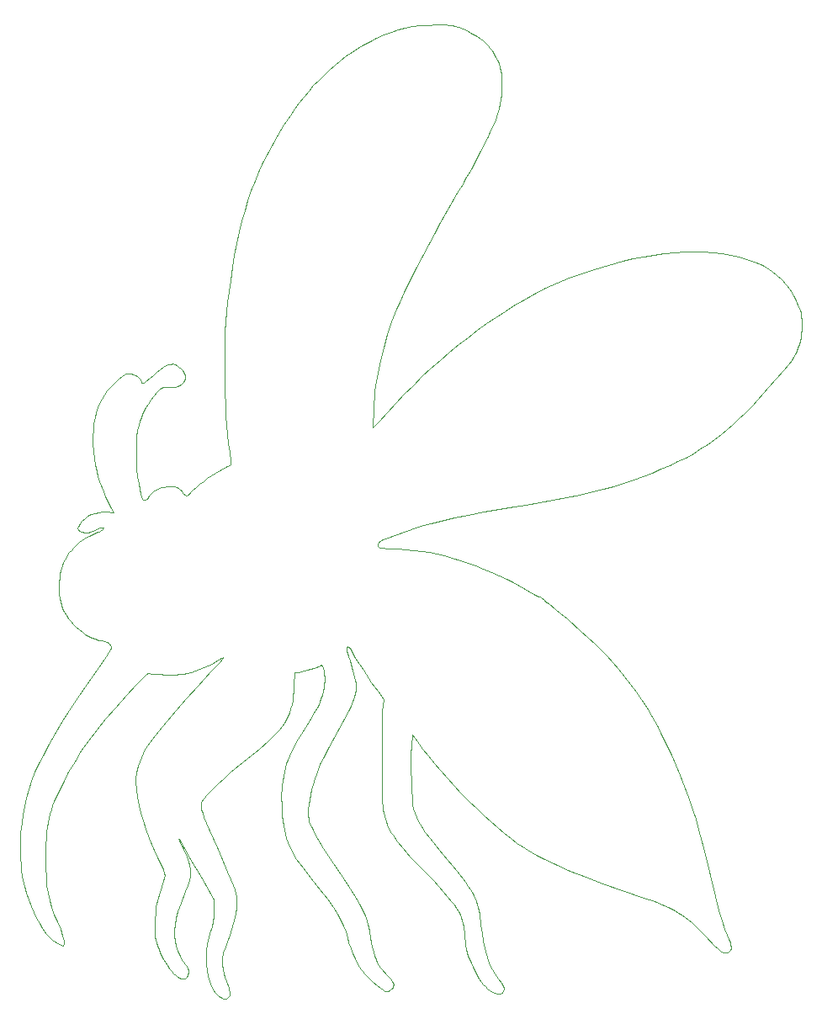
<source format=gbr>
%TF.GenerationSoftware,KiCad,Pcbnew,(6.0.1)*%
%TF.CreationDate,2022-06-24T20:37:34-05:00*%
%TF.ProjectId,mosquito,6d6f7371-7569-4746-9f2e-6b696361645f,rev?*%
%TF.SameCoordinates,Original*%
%TF.FileFunction,Profile,NP*%
%FSLAX46Y46*%
G04 Gerber Fmt 4.6, Leading zero omitted, Abs format (unit mm)*
G04 Created by KiCad (PCBNEW (6.0.1)) date 2022-06-24 20:37:34*
%MOMM*%
%LPD*%
G01*
G04 APERTURE LIST*
%TA.AperFunction,Profile*%
%ADD10C,0.100000*%
%TD*%
G04 APERTURE END LIST*
D10*
X132228100Y-143414400D02*
X132078000Y-143276200D01*
X132078000Y-143276200D02*
X131936200Y-143121700D01*
X131936200Y-143121700D02*
X131803000Y-142951300D01*
X131803000Y-142951300D02*
X131678500Y-142765400D01*
X131678500Y-142765400D02*
X131456300Y-142349400D01*
X131456300Y-142349400D02*
X131270900Y-141877400D01*
X131270900Y-141877400D02*
X131123500Y-141353400D01*
X131123500Y-141353400D02*
X131015400Y-140781100D01*
X131015400Y-140781100D02*
X130947900Y-140164400D01*
X130947900Y-140164400D02*
X130922400Y-139507100D01*
X130922400Y-139507100D02*
X130930700Y-138836600D01*
X130930700Y-138836600D02*
X130949500Y-138563700D01*
X130949500Y-138563700D02*
X130982000Y-138307300D01*
X130982000Y-138307300D02*
X131031100Y-138048500D01*
X131031100Y-138048500D02*
X131099900Y-137768600D01*
X131099900Y-137768600D02*
X131308300Y-137069800D01*
X131308300Y-137069800D02*
X131510700Y-136388400D01*
X131510700Y-136388400D02*
X131630200Y-135853700D01*
X131630200Y-135853700D02*
X131686800Y-135346000D01*
X131686800Y-135346000D02*
X131700900Y-134745900D01*
X131700900Y-134745900D02*
X131700100Y-133669000D01*
X131700100Y-133669000D02*
X130387800Y-131401700D01*
X130387800Y-131401700D02*
X129332300Y-129560000D01*
X129332300Y-129560000D02*
X128637600Y-128315900D01*
X128637600Y-128315900D02*
X128314400Y-127751700D01*
X128314400Y-127751700D02*
X128205200Y-127590900D01*
X128205200Y-127590900D02*
X128152200Y-127544700D01*
X128152200Y-127544700D02*
X128152600Y-127593700D01*
X128152600Y-127593700D02*
X128188800Y-127691800D01*
X128188800Y-127691800D02*
X128343500Y-127978600D01*
X128343500Y-127978600D02*
X128467600Y-128206500D01*
X128467600Y-128206500D02*
X128629000Y-128541300D01*
X128629000Y-128541300D02*
X128980000Y-129351300D01*
X128980000Y-129351300D02*
X129158300Y-129818200D01*
X129158300Y-129818200D02*
X129282600Y-130220800D01*
X129282600Y-130220800D02*
X129351700Y-130586700D01*
X129351700Y-130586700D02*
X129364400Y-130943400D01*
X129364400Y-130943400D02*
X129319500Y-131318300D01*
X129319500Y-131318300D02*
X129215800Y-131739100D01*
X129215800Y-131739100D02*
X129052100Y-132233200D01*
X129052100Y-132233200D02*
X128827100Y-132828200D01*
X128827100Y-132828200D02*
X128367500Y-134029600D01*
X128367500Y-134029600D02*
X128078400Y-134872500D01*
X128078400Y-134872500D02*
X127980600Y-135215500D01*
X127980600Y-135215500D02*
X127904800Y-135536200D01*
X127904800Y-135536200D02*
X127791700Y-136199800D01*
X127791700Y-136199800D02*
X127744800Y-136737400D01*
X127744800Y-136737400D02*
X127751600Y-137279000D01*
X127751600Y-137279000D02*
X127810200Y-137816500D01*
X127810200Y-137816500D02*
X127918400Y-138342000D01*
X127918400Y-138342000D02*
X128074300Y-138847300D01*
X128074300Y-138847300D02*
X128275700Y-139324400D01*
X128275700Y-139324400D02*
X128520600Y-139765200D01*
X128520600Y-139765200D02*
X128658700Y-139969500D01*
X128658700Y-139969500D02*
X128806800Y-140161700D01*
X128806800Y-140161700D02*
X128953500Y-140363000D01*
X128953500Y-140363000D02*
X129061400Y-140562400D01*
X129061400Y-140562400D02*
X129128100Y-140754100D01*
X129128100Y-140754100D02*
X129150800Y-140932400D01*
X129150800Y-140932400D02*
X129137900Y-141068200D01*
X129137900Y-141068200D02*
X129101300Y-141199800D01*
X129101300Y-141199800D02*
X129044400Y-141323000D01*
X129044400Y-141323000D02*
X128970700Y-141433300D01*
X128970700Y-141433300D02*
X128883500Y-141526500D01*
X128883500Y-141526500D02*
X128786300Y-141598300D01*
X128786300Y-141598300D02*
X128682300Y-141644400D01*
X128682300Y-141644400D02*
X128575100Y-141660500D01*
X128575100Y-141660500D02*
X128418800Y-141633700D01*
X128418800Y-141633700D02*
X128246600Y-141556900D01*
X128246600Y-141556900D02*
X128061400Y-141434600D01*
X128061400Y-141434600D02*
X127866300Y-141271200D01*
X127866300Y-141271200D02*
X127664200Y-141071000D01*
X127664200Y-141071000D02*
X127458400Y-140838500D01*
X127458400Y-140838500D02*
X127251700Y-140578200D01*
X127251700Y-140578200D02*
X127047100Y-140294300D01*
X127047100Y-140294300D02*
X126656900Y-139673500D01*
X126656900Y-139673500D02*
X126477100Y-139345600D01*
X126477100Y-139345600D02*
X126311800Y-139011700D01*
X126311800Y-139011700D02*
X126163700Y-138676400D01*
X126163700Y-138676400D02*
X126036100Y-138343900D01*
X126036100Y-138343900D02*
X125931900Y-138018900D01*
X125931900Y-138018900D02*
X125854100Y-137705600D01*
X125854100Y-137705600D02*
X125805400Y-137352000D01*
X125805400Y-137352000D02*
X125775000Y-136873000D01*
X125775000Y-136873000D02*
X125764600Y-136312400D01*
X125764600Y-136312400D02*
X125776000Y-135714400D01*
X125776000Y-135714400D02*
X125818000Y-134942800D01*
X125818000Y-134942800D02*
X125850800Y-134631100D01*
X125850800Y-134631100D02*
X125897000Y-134339000D01*
X125897000Y-134339000D02*
X125960700Y-134044300D01*
X125960700Y-134044300D02*
X126046200Y-133724700D01*
X126046200Y-133724700D02*
X126299000Y-132922200D01*
X126299000Y-132922200D02*
X126631800Y-131834000D01*
X126631800Y-131834000D02*
X126733000Y-131440500D01*
X126733000Y-131440500D02*
X126770200Y-131221600D01*
X126770200Y-131221600D02*
X126720400Y-131008100D01*
X126720400Y-131008100D02*
X126584900Y-130628800D01*
X126584900Y-130628800D02*
X126384300Y-130137600D01*
X126384300Y-130137600D02*
X126139300Y-129587800D01*
X126139300Y-129587800D02*
X125632300Y-128468900D01*
X125632300Y-128468900D02*
X125207800Y-127470000D01*
X125207800Y-127470000D02*
X124857300Y-126564600D01*
X124857300Y-126564600D02*
X124572800Y-125726300D01*
X124572800Y-125726300D02*
X124345700Y-124928600D01*
X124345700Y-124928600D02*
X124168000Y-124144900D01*
X124168000Y-124144900D02*
X124031300Y-123348900D01*
X124031300Y-123348900D02*
X123927300Y-122513900D01*
X123927300Y-122513900D02*
X123859800Y-121790600D01*
X123859800Y-121790600D02*
X123849100Y-121527300D01*
X123849100Y-121527300D02*
X123856100Y-121297200D01*
X123856100Y-121297200D02*
X123882700Y-121075900D01*
X123882700Y-121075900D02*
X123930700Y-120839100D01*
X123930700Y-120839100D02*
X124098200Y-120221200D01*
X124098200Y-120221200D02*
X124237400Y-119773000D01*
X124237400Y-119773000D02*
X124393900Y-119328300D01*
X124393900Y-119328300D02*
X124548500Y-118938500D01*
X124548500Y-118938500D02*
X124682100Y-118655100D01*
X124682100Y-118655100D02*
X124989900Y-118171600D01*
X124989900Y-118171600D02*
X125477700Y-117510600D01*
X125477700Y-117510600D02*
X126131100Y-116688700D01*
X126131100Y-116688700D02*
X126936100Y-115722900D01*
X126936100Y-115722900D02*
X127878200Y-114630000D01*
X127878200Y-114630000D02*
X128943200Y-113426800D01*
X128943200Y-113426800D02*
X130116800Y-112130000D01*
X130116800Y-112130000D02*
X131384800Y-110756600D01*
X131384800Y-110756600D02*
X132289000Y-109767900D01*
X132289000Y-109767900D02*
X132564000Y-109452800D01*
X132564000Y-109452800D02*
X132665000Y-109319900D01*
X132665000Y-109319900D02*
X132604600Y-109330200D01*
X132604600Y-109330200D02*
X132440200Y-109404600D01*
X132440200Y-109404600D02*
X131899800Y-109696700D01*
X131899800Y-109696700D02*
X131498200Y-109916400D01*
X131498200Y-109916400D02*
X131082500Y-110122900D01*
X131082500Y-110122900D02*
X130659000Y-110313700D01*
X130659000Y-110313700D02*
X130234000Y-110486400D01*
X130234000Y-110486400D02*
X129813700Y-110638600D01*
X129813700Y-110638600D02*
X129404500Y-110767800D01*
X129404500Y-110767800D02*
X129012500Y-110871800D01*
X129012500Y-110871800D02*
X128644000Y-110948100D01*
X128644000Y-110948100D02*
X128291000Y-110989800D01*
X128291000Y-110989800D02*
X127833800Y-111015700D01*
X127833800Y-111015700D02*
X126767900Y-111023000D01*
X126767900Y-111023000D02*
X126240100Y-111006000D01*
X126240100Y-111006000D02*
X125769600Y-110976200D01*
X125769600Y-110976200D02*
X125396900Y-110934400D01*
X125396900Y-110934400D02*
X125162300Y-110881400D01*
X125162300Y-110881400D02*
X125088900Y-110894400D01*
X125088900Y-110894400D02*
X124963800Y-110974100D01*
X124963800Y-110974100D02*
X124782400Y-111125300D01*
X124782400Y-111125300D02*
X124539900Y-111352500D01*
X124539900Y-111352500D02*
X123852200Y-112053800D01*
X123852200Y-112053800D02*
X122862700Y-113114900D01*
X122862700Y-113114900D02*
X121771200Y-114327000D01*
X121771200Y-114327000D02*
X120785300Y-115477300D01*
X120785300Y-115477300D02*
X119894600Y-116580300D01*
X119894600Y-116580300D02*
X119088700Y-117650600D01*
X119088700Y-117650600D02*
X118357000Y-118702500D01*
X118357000Y-118702500D02*
X117689000Y-119750700D01*
X117689000Y-119750700D02*
X117074200Y-120809600D01*
X117074200Y-120809600D02*
X116502100Y-121893700D01*
X116502100Y-121893700D02*
X116029400Y-122875700D01*
X116029400Y-122875700D02*
X115644700Y-123779200D01*
X115644700Y-123779200D02*
X115482900Y-124211900D01*
X115482900Y-124211900D02*
X115340300Y-124637300D01*
X115340300Y-124637300D02*
X115215900Y-125059700D01*
X115215900Y-125059700D02*
X115108600Y-125483100D01*
X115108600Y-125483100D02*
X115017600Y-125911700D01*
X115017600Y-125911700D02*
X114941900Y-126349700D01*
X114941900Y-126349700D02*
X114880500Y-126801000D01*
X114880500Y-126801000D02*
X114832400Y-127270000D01*
X114832400Y-127270000D02*
X114772600Y-128277200D01*
X114772600Y-128277200D02*
X114754600Y-129404400D01*
X114754600Y-129404400D02*
X114768200Y-130468900D01*
X114768200Y-130468900D02*
X114811500Y-131410800D01*
X114811500Y-131410800D02*
X114889100Y-132255100D01*
X114889100Y-132255100D02*
X115005500Y-133026800D01*
X115005500Y-133026800D02*
X115165400Y-133750600D01*
X115165400Y-133750600D02*
X115373300Y-134451700D01*
X115373300Y-134451700D02*
X115633900Y-135154700D01*
X115633900Y-135154700D02*
X115951700Y-135884800D01*
X115951700Y-135884800D02*
X116270200Y-136633400D01*
X116270200Y-136633400D02*
X116391700Y-136970000D01*
X116391700Y-136970000D02*
X116487100Y-137278100D01*
X116487100Y-137278100D02*
X116555600Y-137555100D01*
X116555600Y-137555100D02*
X116596600Y-137798300D01*
X116596600Y-137798300D02*
X116609400Y-138005200D01*
X116609400Y-138005200D02*
X116593100Y-138173300D01*
X116593100Y-138173300D02*
X116559600Y-138276100D01*
X116559600Y-138276100D02*
X116532900Y-138300900D01*
X116532900Y-138300900D02*
X116493600Y-138307700D01*
X116493600Y-138307700D02*
X116359300Y-138266400D01*
X116359300Y-138266400D02*
X116121400Y-138150400D01*
X116121400Y-138150400D02*
X115883700Y-138020300D01*
X115883700Y-138020300D02*
X115665700Y-137881000D01*
X115665700Y-137881000D02*
X115461500Y-137726600D01*
X115461500Y-137726600D02*
X115265100Y-137551400D01*
X115265100Y-137551400D02*
X115070500Y-137349600D01*
X115070500Y-137349600D02*
X114871800Y-137115500D01*
X114871800Y-137115500D02*
X114438100Y-136527400D01*
X114438100Y-136527400D02*
X114138800Y-136058000D01*
X114138800Y-136058000D02*
X113843800Y-135525500D01*
X113843800Y-135525500D02*
X113558300Y-134941900D01*
X113558300Y-134941900D02*
X113287200Y-134319400D01*
X113287200Y-134319400D02*
X113035400Y-133670200D01*
X113035400Y-133670200D02*
X112808000Y-133006400D01*
X112808000Y-133006400D02*
X112609900Y-132340000D01*
X112609900Y-132340000D02*
X112446100Y-131683300D01*
X112446100Y-131683300D02*
X112374900Y-131270300D01*
X112374900Y-131270300D02*
X112314800Y-130736200D01*
X112314800Y-130736200D02*
X112267100Y-130114200D01*
X112267100Y-130114200D02*
X112233000Y-129437700D01*
X112233000Y-129437700D02*
X112214000Y-128739900D01*
X112214000Y-128739900D02*
X112211200Y-128054200D01*
X112211200Y-128054200D02*
X112225900Y-127413700D01*
X112225900Y-127413700D02*
X112259500Y-126851800D01*
X112259500Y-126851800D02*
X112351100Y-125954300D01*
X112351100Y-125954300D02*
X112473600Y-125084400D01*
X112473600Y-125084400D02*
X112631400Y-124232700D01*
X112631400Y-124232700D02*
X112828900Y-123389900D01*
X112828900Y-123389900D02*
X113070500Y-122546400D01*
X113070500Y-122546400D02*
X113360600Y-121693100D01*
X113360600Y-121693100D02*
X113703600Y-120820300D01*
X113703600Y-120820300D02*
X114104000Y-119918800D01*
X114104000Y-119918800D02*
X114566100Y-118979100D01*
X114566100Y-118979100D02*
X115094200Y-117991900D01*
X115094200Y-117991900D02*
X115692900Y-116947700D01*
X115692900Y-116947700D02*
X116366600Y-115837100D01*
X116366600Y-115837100D02*
X117119500Y-114650800D01*
X117119500Y-114650800D02*
X117956200Y-113379300D01*
X117956200Y-113379300D02*
X118881000Y-112013300D01*
X118881000Y-112013300D02*
X119898400Y-110543300D01*
X119898400Y-110543300D02*
X120841400Y-109187300D01*
X120841400Y-109187300D02*
X121114800Y-108774600D01*
X121114800Y-108774600D02*
X121280200Y-108492100D01*
X121280200Y-108492100D02*
X121355200Y-108304800D01*
X121355200Y-108304800D02*
X121364500Y-108235900D01*
X121364500Y-108235900D02*
X121357900Y-108177800D01*
X121357900Y-108177800D02*
X121306100Y-108076000D01*
X121306100Y-108076000D02*
X121217700Y-107964400D01*
X121217700Y-107964400D02*
X121084800Y-107830200D01*
X121084800Y-107830200D02*
X120918800Y-107730100D01*
X120918800Y-107730100D02*
X120706700Y-107658100D01*
X120706700Y-107658100D02*
X120435700Y-107608400D01*
X120435700Y-107608400D02*
X120103800Y-107546100D01*
X120103800Y-107546100D02*
X119769300Y-107448100D01*
X119769300Y-107448100D02*
X119434800Y-107316900D01*
X119434800Y-107316900D02*
X119102800Y-107155000D01*
X119102800Y-107155000D02*
X118776100Y-106964700D01*
X118776100Y-106964700D02*
X118457100Y-106748600D01*
X118457100Y-106748600D02*
X118148500Y-106509100D01*
X118148500Y-106509100D02*
X117853000Y-106248600D01*
X117853000Y-106248600D02*
X117573000Y-105969500D01*
X117573000Y-105969500D02*
X117311200Y-105674300D01*
X117311200Y-105674300D02*
X117070200Y-105365500D01*
X117070200Y-105365500D02*
X116852700Y-105045400D01*
X116852700Y-105045400D02*
X116661100Y-104716600D01*
X116661100Y-104716600D02*
X116498200Y-104381400D01*
X116498200Y-104381400D02*
X116366400Y-104042200D01*
X116366400Y-104042200D02*
X116268500Y-103701600D01*
X116268500Y-103701600D02*
X116202500Y-103353800D01*
X116202500Y-103353800D02*
X116156200Y-102964700D01*
X116156200Y-102964700D02*
X116129600Y-102548800D01*
X116129600Y-102548800D02*
X116122500Y-102120600D01*
X116122500Y-102120600D02*
X116134900Y-101694300D01*
X116134900Y-101694300D02*
X116166700Y-101284400D01*
X116166700Y-101284400D02*
X116217800Y-100905300D01*
X116217800Y-100905300D02*
X116288000Y-100571500D01*
X116288000Y-100571500D02*
X116370200Y-100289200D01*
X116370200Y-100289200D02*
X116468100Y-100012300D01*
X116468100Y-100012300D02*
X116581100Y-99741400D01*
X116581100Y-99741400D02*
X116708700Y-99477000D01*
X116708700Y-99477000D02*
X116850400Y-99219900D01*
X116850400Y-99219900D02*
X117005700Y-98970600D01*
X117005700Y-98970600D02*
X117174000Y-98730000D01*
X117174000Y-98730000D02*
X117354800Y-98498500D01*
X117354800Y-98498500D02*
X117547500Y-98276900D01*
X117547500Y-98276900D02*
X117751600Y-98065700D01*
X117751600Y-98065700D02*
X117966600Y-97865700D01*
X117966600Y-97865700D02*
X118192000Y-97677500D01*
X118192000Y-97677500D02*
X118427100Y-97501800D01*
X118427100Y-97501800D02*
X118671600Y-97339100D01*
X118671600Y-97339100D02*
X118924700Y-97190200D01*
X118924700Y-97190200D02*
X119186100Y-97055600D01*
X119186100Y-97055600D02*
X119811600Y-96773800D01*
X119811600Y-96773800D02*
X120031000Y-96688000D01*
X120031000Y-96688000D02*
X120146200Y-96656500D01*
X120146200Y-96656500D02*
X120211800Y-96638600D01*
X120211800Y-96638600D02*
X120296400Y-96589900D01*
X120296400Y-96589900D02*
X120478700Y-96429800D01*
X120478700Y-96429800D02*
X120561900Y-96324600D01*
X120561900Y-96324600D02*
X120592600Y-96251600D01*
X120592600Y-96251600D02*
X120588600Y-96227200D01*
X120588600Y-96227200D02*
X120571800Y-96210700D01*
X120571800Y-96210700D02*
X120500300Y-96201900D01*
X120500300Y-96201900D02*
X120378900Y-96225000D01*
X120378900Y-96225000D02*
X120208600Y-96280000D01*
X120208600Y-96280000D02*
X119724700Y-96485400D01*
X119724700Y-96485400D02*
X119282700Y-96668800D01*
X119282700Y-96668800D02*
X119100100Y-96722700D01*
X119100100Y-96722700D02*
X118935200Y-96752300D01*
X118935200Y-96752300D02*
X118782200Y-96758400D01*
X118782200Y-96758400D02*
X118635300Y-96741400D01*
X118635300Y-96741400D02*
X118488700Y-96702100D01*
X118488700Y-96702100D02*
X118336400Y-96641200D01*
X118336400Y-96641200D02*
X118203500Y-96572600D01*
X118203500Y-96572600D02*
X118105100Y-96501600D01*
X118105100Y-96501600D02*
X118040700Y-96424900D01*
X118040700Y-96424900D02*
X118009600Y-96339300D01*
X118009600Y-96339300D02*
X118011400Y-96241500D01*
X118011400Y-96241500D02*
X118045600Y-96128200D01*
X118045600Y-96128200D02*
X118111600Y-95996200D01*
X118111600Y-95996200D02*
X118209000Y-95842200D01*
X118209000Y-95842200D02*
X118440900Y-95551500D01*
X118440900Y-95551500D02*
X118714900Y-95296400D01*
X118714900Y-95296400D02*
X119025500Y-95079200D01*
X119025500Y-95079200D02*
X119367400Y-94902400D01*
X119367400Y-94902400D02*
X119735300Y-94768100D01*
X119735300Y-94768100D02*
X120123800Y-94678900D01*
X120123800Y-94678900D02*
X120527500Y-94637000D01*
X120527500Y-94637000D02*
X120941100Y-94644800D01*
X120941100Y-94644800D02*
X121654100Y-94702100D01*
X121654100Y-94702100D02*
X121386700Y-94290600D01*
X121386700Y-94290600D02*
X121211000Y-93988000D01*
X121211000Y-93988000D02*
X121014500Y-93594300D01*
X121014500Y-93594300D02*
X120805900Y-93131700D01*
X120805900Y-93131700D02*
X120594200Y-92622300D01*
X120594200Y-92622300D02*
X120196900Y-91552200D01*
X120196900Y-91552200D02*
X120029100Y-91035900D01*
X120029100Y-91035900D02*
X119893700Y-90561600D01*
X119893700Y-90561600D02*
X119751200Y-89919500D01*
X119751200Y-89919500D02*
X119642400Y-89227300D01*
X119642400Y-89227300D02*
X119567800Y-88505400D01*
X119567800Y-88505400D02*
X119528100Y-87774300D01*
X119528100Y-87774300D02*
X119523900Y-87054300D01*
X119523900Y-87054300D02*
X119555700Y-86365700D01*
X119555700Y-86365700D02*
X119624300Y-85729000D01*
X119624300Y-85729000D02*
X119730300Y-85164600D01*
X119730300Y-85164600D02*
X119871000Y-84640100D01*
X119871000Y-84640100D02*
X120034600Y-84152500D01*
X120034600Y-84152500D02*
X120224300Y-83695900D01*
X120224300Y-83695900D02*
X120443500Y-83264400D01*
X120443500Y-83264400D02*
X120695400Y-82852100D01*
X120695400Y-82852100D02*
X120983300Y-82453100D01*
X120983300Y-82453100D02*
X121310500Y-82061600D01*
X121310500Y-82061600D02*
X121680300Y-81671700D01*
X121680300Y-81671700D02*
X122108800Y-81261300D01*
X122108800Y-81261300D02*
X122446800Y-80979000D01*
X122446800Y-80979000D02*
X122719000Y-80806700D01*
X122719000Y-80806700D02*
X122838000Y-80756100D01*
X122838000Y-80756100D02*
X122949800Y-80726100D01*
X122949800Y-80726100D02*
X123166100Y-80708800D01*
X123166100Y-80708800D02*
X123386000Y-80734000D01*
X123386000Y-80734000D02*
X123602800Y-80797700D01*
X123602800Y-80797700D02*
X123809700Y-80896300D01*
X123809700Y-80896300D02*
X123999900Y-81025700D01*
X123999900Y-81025700D02*
X124166800Y-81182100D01*
X124166800Y-81182100D02*
X124303500Y-81361700D01*
X124303500Y-81361700D02*
X124403400Y-81560500D01*
X124403400Y-81560500D02*
X124438200Y-81644000D01*
X124438200Y-81644000D02*
X124474600Y-81698100D01*
X124474600Y-81698100D02*
X124521700Y-81718500D01*
X124521700Y-81718500D02*
X124588300Y-81700900D01*
X124588300Y-81700900D02*
X124683600Y-81640900D01*
X124683600Y-81640900D02*
X124816600Y-81534300D01*
X124816600Y-81534300D02*
X125231400Y-81163700D01*
X125231400Y-81163700D02*
X125565800Y-80875000D01*
X125565800Y-80875000D02*
X125938900Y-80577600D01*
X125938900Y-80577600D02*
X126305300Y-80306600D01*
X126305300Y-80306600D02*
X126619300Y-80096900D01*
X126619300Y-80096900D02*
X126894500Y-79940800D01*
X126894500Y-79940800D02*
X127137900Y-79833600D01*
X127137900Y-79833600D02*
X127358000Y-79776100D01*
X127358000Y-79776100D02*
X127563300Y-79769200D01*
X127563300Y-79769200D02*
X127762400Y-79813500D01*
X127762400Y-79813500D02*
X127963800Y-79910000D01*
X127963800Y-79910000D02*
X128176000Y-80059400D01*
X128176000Y-80059400D02*
X128407600Y-80262500D01*
X128407600Y-80262500D02*
X128563700Y-80430300D01*
X128563700Y-80430300D02*
X128680900Y-80600100D01*
X128680900Y-80600100D02*
X128760400Y-80770100D01*
X128760400Y-80770100D02*
X128803700Y-80938400D01*
X128803700Y-80938400D02*
X128812200Y-81103000D01*
X128812200Y-81103000D02*
X128787200Y-81262100D01*
X128787200Y-81262100D02*
X128730400Y-81413800D01*
X128730400Y-81413800D02*
X128642900Y-81556200D01*
X128642900Y-81556200D02*
X128526300Y-81687300D01*
X128526300Y-81687300D02*
X128382000Y-81805400D01*
X128382000Y-81805400D02*
X128211400Y-81908400D01*
X128211400Y-81908400D02*
X128015800Y-81994600D01*
X128015800Y-81994600D02*
X127796700Y-82061900D01*
X127796700Y-82061900D02*
X127555600Y-82108600D01*
X127555600Y-82108600D02*
X127293800Y-82132700D01*
X127293800Y-82132700D02*
X127012700Y-82132300D01*
X127012700Y-82132300D02*
X126791300Y-82126900D01*
X126791300Y-82126900D02*
X126608800Y-82138700D01*
X126608800Y-82138700D02*
X126452000Y-82176100D01*
X126452000Y-82176100D02*
X126307600Y-82247900D01*
X126307600Y-82247900D02*
X126162400Y-82362400D01*
X126162400Y-82362400D02*
X126003100Y-82528200D01*
X126003100Y-82528200D02*
X125589000Y-83048000D01*
X125589000Y-83048000D02*
X125324100Y-83408800D01*
X125324100Y-83408800D02*
X125088000Y-83758600D01*
X125088000Y-83758600D02*
X124878300Y-84101900D01*
X124878300Y-84101900D02*
X124692700Y-84443500D01*
X124692700Y-84443500D02*
X124528700Y-84788100D01*
X124528700Y-84788100D02*
X124384000Y-85140500D01*
X124384000Y-85140500D02*
X124256100Y-85505300D01*
X124256100Y-85505300D02*
X124142600Y-85887200D01*
X124142600Y-85887200D02*
X124022400Y-86447400D01*
X124022400Y-86447400D02*
X123936800Y-87105500D01*
X123936800Y-87105500D02*
X123885800Y-87838300D01*
X123885800Y-87838300D02*
X123869400Y-88622900D01*
X123869400Y-88622900D02*
X123887600Y-89436200D01*
X123887600Y-89436200D02*
X123940200Y-90255200D01*
X123940200Y-90255200D02*
X124027400Y-91056800D01*
X124027400Y-91056800D02*
X124149000Y-91818000D01*
X124149000Y-91818000D02*
X124346400Y-92811800D01*
X124346400Y-92811800D02*
X124465000Y-93320000D01*
X124465000Y-93320000D02*
X124513800Y-93400100D01*
X124513800Y-93400100D02*
X124583400Y-93452000D01*
X124583400Y-93452000D02*
X124667000Y-93476600D01*
X124667000Y-93476600D02*
X124757900Y-93475000D01*
X124757900Y-93475000D02*
X124849400Y-93448200D01*
X124849400Y-93448200D02*
X124934800Y-93397300D01*
X124934800Y-93397300D02*
X125007400Y-93323400D01*
X125007400Y-93323400D02*
X125060600Y-93227300D01*
X125060600Y-93227300D02*
X125162400Y-93028300D01*
X125162400Y-93028300D02*
X125304500Y-92845000D01*
X125304500Y-92845000D02*
X125481400Y-92678500D01*
X125481400Y-92678500D02*
X125687500Y-92530100D01*
X125687500Y-92530100D02*
X125917400Y-92400700D01*
X125917400Y-92400700D02*
X126165600Y-92291500D01*
X126165600Y-92291500D02*
X126426600Y-92203600D01*
X126426600Y-92203600D02*
X126694800Y-92138000D01*
X126694800Y-92138000D02*
X126964700Y-92096000D01*
X126964700Y-92096000D02*
X127230800Y-92078500D01*
X127230800Y-92078500D02*
X127487700Y-92086700D01*
X127487700Y-92086700D02*
X127729800Y-92121700D01*
X127729800Y-92121700D02*
X127951600Y-92184600D01*
X127951600Y-92184600D02*
X128147500Y-92276500D01*
X128147500Y-92276500D02*
X128312200Y-92398500D01*
X128312200Y-92398500D02*
X128440000Y-92551600D01*
X128440000Y-92551600D02*
X128569200Y-92743900D01*
X128569200Y-92743900D02*
X128682800Y-92884100D01*
X128682800Y-92884100D02*
X128786400Y-92973000D01*
X128786400Y-92973000D02*
X128885900Y-93011300D01*
X128885900Y-93011300D02*
X128987200Y-92999900D01*
X128987200Y-92999900D02*
X129096000Y-92939500D01*
X129096000Y-92939500D02*
X129218100Y-92831000D01*
X129218100Y-92831000D02*
X129359400Y-92675000D01*
X129359400Y-92675000D02*
X129599000Y-92420100D01*
X129599000Y-92420100D02*
X129900600Y-92141400D01*
X129900600Y-92141400D02*
X130251500Y-91848400D01*
X130251500Y-91848400D02*
X130639000Y-91550400D01*
X130639000Y-91550400D02*
X131050200Y-91256900D01*
X131050200Y-91256900D02*
X131472600Y-90977300D01*
X131472600Y-90977300D02*
X131893400Y-90721000D01*
X131893400Y-90721000D02*
X132299900Y-90497400D01*
X132299900Y-90497400D02*
X133051500Y-90086800D01*
X133051500Y-90086800D02*
X133295900Y-89936300D01*
X133295900Y-89936300D02*
X133404500Y-89850600D01*
X133404500Y-89850600D02*
X133417300Y-89718200D01*
X133417300Y-89718200D02*
X133400800Y-89440500D01*
X133400800Y-89440500D02*
X133294600Y-88611900D01*
X133294600Y-88611900D02*
X133171800Y-87761700D01*
X133171800Y-87761700D02*
X133066100Y-86863200D01*
X133066100Y-86863200D02*
X132977500Y-85912000D01*
X132977500Y-85912000D02*
X132905500Y-84903800D01*
X132905500Y-84903800D02*
X132849900Y-83834100D01*
X132849900Y-83834100D02*
X132810500Y-82698800D01*
X132810500Y-82698800D02*
X132786900Y-81493300D01*
X132786900Y-81493300D02*
X132779000Y-80213500D01*
X132779000Y-80213500D02*
X132784100Y-78811600D01*
X132784100Y-78811600D02*
X132802000Y-77588600D01*
X132802000Y-77588600D02*
X132836000Y-76496600D01*
X132836000Y-76496600D02*
X132889000Y-75487800D01*
X132889000Y-75487800D02*
X132964200Y-74514300D01*
X132964200Y-74514300D02*
X133064600Y-73528300D01*
X133064600Y-73528300D02*
X133193300Y-72482000D01*
X133193300Y-72482000D02*
X133353400Y-71327400D01*
X133353400Y-71327400D02*
X133553600Y-70016100D01*
X133553600Y-70016100D02*
X133767100Y-68769400D01*
X133767100Y-68769400D02*
X133996100Y-67581400D01*
X133996100Y-67581400D02*
X134242700Y-66445900D01*
X134242700Y-66445900D02*
X134509000Y-65357100D01*
X134509000Y-65357100D02*
X134797400Y-64309000D01*
X134797400Y-64309000D02*
X135109800Y-63295400D01*
X135109800Y-63295400D02*
X135448700Y-62310500D01*
X135448700Y-62310500D02*
X135815900Y-61348300D01*
X135815900Y-61348300D02*
X136213900Y-60402700D01*
X136213900Y-60402700D02*
X136644700Y-59467700D01*
X136644700Y-59467700D02*
X137110600Y-58537400D01*
X137110600Y-58537400D02*
X137613600Y-57605700D01*
X137613600Y-57605700D02*
X138156000Y-56666700D01*
X138156000Y-56666700D02*
X138739900Y-55714300D01*
X138739900Y-55714300D02*
X139367600Y-54742600D01*
X139367600Y-54742600D02*
X139807600Y-54098880D01*
X139807600Y-54098880D02*
X140263900Y-53473950D01*
X140263900Y-53473950D02*
X140735800Y-52868350D01*
X140735800Y-52868350D02*
X141222700Y-52282590D01*
X141222700Y-52282590D02*
X141724100Y-51717200D01*
X141724100Y-51717200D02*
X142239400Y-51172720D01*
X142239400Y-51172720D02*
X142767900Y-50649650D01*
X142767900Y-50649650D02*
X143309100Y-50148540D01*
X143309100Y-50148540D02*
X143862500Y-49669890D01*
X143862500Y-49669890D02*
X144427300Y-49214250D01*
X144427300Y-49214250D02*
X145003100Y-48782130D01*
X145003100Y-48782130D02*
X145589200Y-48374070D01*
X145589200Y-48374070D02*
X146185100Y-47990570D01*
X146185100Y-47990570D02*
X146790200Y-47632180D01*
X146790200Y-47632180D02*
X147403800Y-47299410D01*
X147403800Y-47299410D02*
X148025500Y-46992800D01*
X148025500Y-46992800D02*
X148789900Y-46653140D01*
X148789900Y-46653140D02*
X149523700Y-46367770D01*
X149523700Y-46367770D02*
X150239900Y-46133710D01*
X150239900Y-46133710D02*
X150951600Y-45947970D01*
X150951600Y-45947970D02*
X151671800Y-45807590D01*
X151671800Y-45807590D02*
X152413700Y-45709580D01*
X152413700Y-45709580D02*
X153190300Y-45650980D01*
X153190300Y-45650980D02*
X154014600Y-45628800D01*
X154014600Y-45628800D02*
X154898500Y-45632070D01*
X154898500Y-45632070D02*
X155480700Y-45666490D01*
X155480700Y-45666490D02*
X155707300Y-45701020D01*
X155707300Y-45701020D02*
X155916600Y-45750090D01*
X155916600Y-45750090D02*
X156361500Y-45900870D01*
X156361500Y-45900870D02*
X156781400Y-46068540D01*
X156781400Y-46068540D02*
X157175400Y-46243120D01*
X157175400Y-46243120D02*
X157544500Y-46425470D01*
X157544500Y-46425470D02*
X157889500Y-46616500D01*
X157889500Y-46616500D02*
X158211300Y-46817080D01*
X158211300Y-46817080D02*
X158510900Y-47028110D01*
X158510900Y-47028110D02*
X158789200Y-47250460D01*
X158789200Y-47250460D02*
X159047100Y-47485030D01*
X159047100Y-47485030D02*
X159285600Y-47732690D01*
X159285600Y-47732690D02*
X159505400Y-47994350D01*
X159505400Y-47994350D02*
X159707500Y-48270870D01*
X159707500Y-48270870D02*
X159893000Y-48563160D01*
X159893000Y-48563160D02*
X160062500Y-48872090D01*
X160062500Y-48872090D02*
X160217100Y-49198560D01*
X160217100Y-49198560D02*
X160357800Y-49543440D01*
X160357800Y-49543440D02*
X160485300Y-49907620D01*
X160485300Y-49907620D02*
X160566500Y-50233120D01*
X160566500Y-50233120D02*
X160627400Y-50641210D01*
X160627400Y-50641210D02*
X160666800Y-51121780D01*
X160666800Y-51121780D02*
X160683600Y-51664720D01*
X160683600Y-51664720D02*
X160675600Y-52160810D01*
X160675600Y-52160810D02*
X160641700Y-52644970D01*
X160641700Y-52644970D02*
X160580100Y-53124960D01*
X160580100Y-53124960D02*
X160489200Y-53608510D01*
X160489200Y-53608510D02*
X160367200Y-54103360D01*
X160367200Y-54103360D02*
X160212600Y-54617300D01*
X160212600Y-54617300D02*
X160023500Y-55157900D01*
X160023500Y-55157900D02*
X159798300Y-55733100D01*
X159798300Y-55733100D02*
X159585500Y-56210300D01*
X159585500Y-56210300D02*
X159271000Y-56862400D01*
X159271000Y-56862400D02*
X158467900Y-58441000D01*
X158467900Y-58441000D02*
X157649900Y-59968800D01*
X157649900Y-59968800D02*
X157316900Y-60557400D01*
X157316900Y-60557400D02*
X157078100Y-60945700D01*
X157078100Y-60945700D02*
X156889400Y-61268900D01*
X156889400Y-61268900D02*
X156832100Y-61401800D01*
X156832100Y-61401800D02*
X156811000Y-61491700D01*
X156811000Y-61491700D02*
X156788300Y-61580200D01*
X156788300Y-61580200D02*
X156726600Y-61709200D01*
X156726600Y-61709200D02*
X156523900Y-62019400D01*
X156523900Y-62019400D02*
X156178300Y-62547100D01*
X156178300Y-62547100D02*
X155750700Y-63287200D01*
X155750700Y-63287200D02*
X154392600Y-65686000D01*
X154392600Y-65686000D02*
X153928100Y-66519000D01*
X153928100Y-66519000D02*
X153353000Y-67596000D01*
X153353000Y-67596000D02*
X152049800Y-70126900D01*
X152049800Y-70126900D02*
X150841700Y-72568600D01*
X150841700Y-72568600D02*
X150385400Y-73534100D01*
X150385400Y-73534100D02*
X150087300Y-74211000D01*
X150087300Y-74211000D02*
X149601400Y-75484800D01*
X149601400Y-75484800D02*
X149165000Y-76784800D01*
X149165000Y-76784800D02*
X148781500Y-78096100D01*
X148781500Y-78096100D02*
X148454100Y-79403600D01*
X148454100Y-79403600D02*
X148186500Y-80692700D01*
X148186500Y-80692700D02*
X147981800Y-81948400D01*
X147981800Y-81948400D02*
X147904300Y-82559100D01*
X147904300Y-82559100D02*
X147843700Y-83155900D01*
X147843700Y-83155900D02*
X147800600Y-83736800D01*
X147800600Y-83736800D02*
X147775400Y-84300100D01*
X147775400Y-84300100D02*
X147721000Y-86170600D01*
X147721000Y-86170600D02*
X148270000Y-85548300D01*
X148270000Y-85548300D02*
X149109100Y-84615500D01*
X149109100Y-84615500D02*
X149968100Y-83696200D01*
X149968100Y-83696200D02*
X150844600Y-82792400D01*
X150844600Y-82792400D02*
X151736400Y-81906000D01*
X151736400Y-81906000D02*
X152640900Y-81039200D01*
X152640900Y-81039200D02*
X153555900Y-80193800D01*
X153555900Y-80193800D02*
X154479100Y-79371800D01*
X154479100Y-79371800D02*
X155407900Y-78575300D01*
X155407900Y-78575300D02*
X156340200Y-77806300D01*
X156340200Y-77806300D02*
X157273400Y-77066600D01*
X157273400Y-77066600D02*
X158205300Y-76358300D01*
X158205300Y-76358300D02*
X159133500Y-75683400D01*
X159133500Y-75683400D02*
X160055600Y-75043900D01*
X160055600Y-75043900D02*
X160969300Y-74441700D01*
X160969300Y-74441700D02*
X161872200Y-73878900D01*
X161872200Y-73878900D02*
X162761900Y-73357400D01*
X162761900Y-73357400D02*
X163914300Y-72729000D01*
X163914300Y-72729000D02*
X165070800Y-72149200D01*
X165070800Y-72149200D02*
X166245100Y-71612800D01*
X166245100Y-71612800D02*
X167450400Y-71114400D01*
X167450400Y-71114400D02*
X168700300Y-70648900D01*
X168700300Y-70648900D02*
X170008300Y-70210900D01*
X170008300Y-70210900D02*
X171387700Y-69795200D01*
X171387700Y-69795200D02*
X172851900Y-69396400D01*
X172851900Y-69396400D02*
X173896100Y-69146000D01*
X173896100Y-69146000D02*
X174941200Y-68935700D01*
X174941200Y-68935700D02*
X175983000Y-68765100D01*
X175983000Y-68765100D02*
X177017500Y-68634100D01*
X177017500Y-68634100D02*
X178040400Y-68542600D01*
X178040400Y-68542600D02*
X179047600Y-68490200D01*
X179047600Y-68490200D02*
X180035000Y-68476800D01*
X180035000Y-68476800D02*
X180998400Y-68502200D01*
X180998400Y-68502200D02*
X181933700Y-68566300D01*
X181933700Y-68566300D02*
X182836700Y-68668800D01*
X182836700Y-68668800D02*
X183703200Y-68809500D01*
X183703200Y-68809500D02*
X184529100Y-68988200D01*
X184529100Y-68988200D02*
X185310300Y-69204800D01*
X185310300Y-69204800D02*
X186042600Y-69459000D01*
X186042600Y-69459000D02*
X186721800Y-69750600D01*
X186721800Y-69750600D02*
X187040200Y-69910400D01*
X187040200Y-69910400D02*
X187343800Y-70079500D01*
X187343800Y-70079500D02*
X187611000Y-70245100D01*
X187611000Y-70245100D02*
X187872000Y-70424700D01*
X187872000Y-70424700D02*
X188373500Y-70822900D01*
X188373500Y-70822900D02*
X188844000Y-71268800D01*
X188844000Y-71268800D02*
X189279000Y-71756800D01*
X189279000Y-71756800D02*
X189674000Y-72281500D01*
X189674000Y-72281500D02*
X190024500Y-72837400D01*
X190024500Y-72837400D02*
X190326100Y-73419100D01*
X190326100Y-73419100D02*
X190574200Y-74021000D01*
X190574200Y-74021000D02*
X190674200Y-74332400D01*
X190674200Y-74332400D02*
X190753900Y-74654000D01*
X190753900Y-74654000D02*
X190813600Y-74984300D01*
X190813600Y-74984300D02*
X190853300Y-75321800D01*
X190853300Y-75321800D02*
X190873400Y-75664800D01*
X190873400Y-75664800D02*
X190874000Y-76012100D01*
X190874000Y-76012100D02*
X190855400Y-76361900D01*
X190855400Y-76361900D02*
X190817700Y-76712800D01*
X190817700Y-76712800D02*
X190761100Y-77063400D01*
X190761100Y-77063400D02*
X190685900Y-77412000D01*
X190685900Y-77412000D02*
X190592200Y-77757200D01*
X190592200Y-77757200D02*
X190480300Y-78097500D01*
X190480300Y-78097500D02*
X190350300Y-78431400D01*
X190350300Y-78431400D02*
X190202500Y-78757200D01*
X190202500Y-78757200D02*
X190037000Y-79073700D01*
X190037000Y-79073700D02*
X189854100Y-79379100D01*
X189854100Y-79379100D02*
X189551700Y-79781700D01*
X189551700Y-79781700D02*
X189020200Y-80421200D01*
X189020200Y-80421200D02*
X187523400Y-82127800D01*
X187523400Y-82127800D02*
X185871000Y-83933200D01*
X185871000Y-83933200D02*
X185145000Y-84696300D01*
X185145000Y-84696300D02*
X184570300Y-85271900D01*
X184570300Y-85271900D02*
X183969600Y-85828400D01*
X183969600Y-85828400D02*
X183350400Y-86363600D01*
X183350400Y-86363600D02*
X182711000Y-86878300D01*
X182711000Y-86878300D02*
X182050000Y-87373100D01*
X182050000Y-87373100D02*
X181365900Y-87849000D01*
X181365900Y-87849000D02*
X180657100Y-88306800D01*
X180657100Y-88306800D02*
X179922200Y-88747200D01*
X179922200Y-88747200D02*
X179159700Y-89171100D01*
X179159700Y-89171100D02*
X178368000Y-89579200D01*
X178368000Y-89579200D02*
X177545700Y-89972400D01*
X177545700Y-89972400D02*
X176691200Y-90351400D01*
X176691200Y-90351400D02*
X175803100Y-90717200D01*
X175803100Y-90717200D02*
X174879900Y-91070400D01*
X174879900Y-91070400D02*
X173920100Y-91411800D01*
X173920100Y-91411800D02*
X172922000Y-91742400D01*
X172922000Y-91742400D02*
X171884400Y-92062800D01*
X171884400Y-92062800D02*
X170931600Y-92328200D01*
X170931600Y-92328200D02*
X169798500Y-92612700D01*
X169798500Y-92612700D02*
X168533200Y-92906100D01*
X168533200Y-92906100D02*
X167183700Y-93198400D01*
X167183700Y-93198400D02*
X165798100Y-93479600D01*
X165798100Y-93479600D02*
X164424400Y-93739400D01*
X164424400Y-93739400D02*
X163110700Y-93967900D01*
X163110700Y-93967900D02*
X161905100Y-94154900D01*
X161905100Y-94154900D02*
X160419600Y-94383500D01*
X160419600Y-94383500D02*
X158836600Y-94653900D01*
X158836600Y-94653900D02*
X157281300Y-94943800D01*
X157281300Y-94943800D02*
X155879000Y-95230700D01*
X155879000Y-95230700D02*
X154245800Y-95607500D01*
X154245800Y-95607500D02*
X153509000Y-95801300D01*
X153509000Y-95801300D02*
X152769500Y-96015800D01*
X152769500Y-96015800D02*
X151985200Y-96263600D01*
X151985200Y-96263600D02*
X151114100Y-96557600D01*
X151114100Y-96557600D02*
X148944000Y-97334800D01*
X148944000Y-97334800D02*
X148738500Y-97417400D01*
X148738500Y-97417400D02*
X148568700Y-97502200D01*
X148568700Y-97502200D02*
X148433700Y-97590400D01*
X148433700Y-97590400D02*
X148332600Y-97683000D01*
X148332600Y-97683000D02*
X148264500Y-97780900D01*
X148264500Y-97780900D02*
X148228400Y-97885400D01*
X148228400Y-97885400D02*
X148223300Y-97997400D01*
X148223300Y-97997400D02*
X148248300Y-98118100D01*
X148248300Y-98118100D02*
X148279600Y-98182100D01*
X148279600Y-98182100D02*
X148339000Y-98232800D01*
X148339000Y-98232800D02*
X148443100Y-98272700D01*
X148443100Y-98272700D02*
X148608400Y-98303800D01*
X148608400Y-98303800D02*
X149188300Y-98349200D01*
X149188300Y-98349200D02*
X150210700Y-98386900D01*
X150210700Y-98386900D02*
X151040700Y-98425700D01*
X151040700Y-98425700D02*
X151841600Y-98490400D01*
X151841600Y-98490400D02*
X152621200Y-98582300D01*
X152621200Y-98582300D02*
X153387300Y-98703000D01*
X153387300Y-98703000D02*
X154147500Y-98853600D01*
X154147500Y-98853600D02*
X154909700Y-99035700D01*
X154909700Y-99035700D02*
X155681500Y-99250600D01*
X155681500Y-99250600D02*
X156470900Y-99499700D01*
X156470900Y-99499700D02*
X157228300Y-99764000D01*
X157228300Y-99764000D02*
X158020800Y-100062500D01*
X158020800Y-100062500D02*
X158829100Y-100387000D01*
X158829100Y-100387000D02*
X159634000Y-100728900D01*
X159634000Y-100728900D02*
X160416200Y-101080000D01*
X160416200Y-101080000D02*
X161156600Y-101431800D01*
X161156600Y-101431800D02*
X161835700Y-101775900D01*
X161835700Y-101775900D02*
X162434600Y-102103900D01*
X162434600Y-102103900D02*
X163444400Y-102679700D01*
X163444400Y-102679700D02*
X164070500Y-103022900D01*
X164070500Y-103022900D02*
X164417900Y-103188500D01*
X164417900Y-103188500D02*
X164520000Y-103221900D01*
X164520000Y-103221900D02*
X164591900Y-103231500D01*
X164591900Y-103231500D02*
X164662000Y-103252600D01*
X164662000Y-103252600D02*
X164751100Y-103310000D01*
X164751100Y-103310000D02*
X164847600Y-103395100D01*
X164847600Y-103395100D02*
X164940100Y-103498900D01*
X164940100Y-103498900D02*
X165093100Y-103656300D01*
X165093100Y-103656300D02*
X165354000Y-103887300D01*
X165354000Y-103887300D02*
X166053600Y-104445700D01*
X166053600Y-104445700D02*
X166587900Y-104864900D01*
X166587900Y-104864900D02*
X167216200Y-105386200D01*
X167216200Y-105386200D02*
X168630400Y-106623200D01*
X168630400Y-106623200D02*
X170046800Y-107932400D01*
X170046800Y-107932400D02*
X170678000Y-108544000D01*
X170678000Y-108544000D02*
X171216200Y-109089500D01*
X171216200Y-109089500D02*
X171837100Y-109760600D01*
X171837100Y-109760600D02*
X172443400Y-110460300D01*
X172443400Y-110460300D02*
X173035200Y-111188900D01*
X173035200Y-111188900D02*
X173612500Y-111946500D01*
X173612500Y-111946500D02*
X174175400Y-112733200D01*
X174175400Y-112733200D02*
X174724000Y-113549200D01*
X174724000Y-113549200D02*
X175258300Y-114394700D01*
X175258300Y-114394700D02*
X175778600Y-115269700D01*
X175778600Y-115269700D02*
X176284900Y-116174500D01*
X176284900Y-116174500D02*
X176777100Y-117109100D01*
X176777100Y-117109100D02*
X177255600Y-118073800D01*
X177255600Y-118073800D02*
X177720200Y-119068700D01*
X177720200Y-119068700D02*
X178171200Y-120093900D01*
X178171200Y-120093900D02*
X178608500Y-121149600D01*
X178608500Y-121149600D02*
X179032400Y-122236000D01*
X179032400Y-122236000D02*
X179442800Y-123353100D01*
X179442800Y-123353100D02*
X179970600Y-124853400D01*
X179970600Y-124853400D02*
X180179900Y-125513600D01*
X180179900Y-125513600D02*
X180401700Y-126293300D01*
X180401700Y-126293300D02*
X181028700Y-128749700D01*
X181028700Y-128749700D02*
X182144000Y-133299500D01*
X182144000Y-133299500D02*
X182509300Y-134746100D01*
X182509300Y-134746100D02*
X182808200Y-135811200D01*
X182808200Y-135811200D02*
X183073800Y-136603000D01*
X183073800Y-136603000D02*
X183338900Y-137229900D01*
X183338900Y-137229900D02*
X183514300Y-137616900D01*
X183514300Y-137616900D02*
X183640900Y-137941900D01*
X183640900Y-137941900D02*
X183719100Y-138211500D01*
X183719100Y-138211500D02*
X183749100Y-138432400D01*
X183749100Y-138432400D02*
X183730900Y-138611300D01*
X183730900Y-138611300D02*
X183664900Y-138754900D01*
X183664900Y-138754900D02*
X183551200Y-138869800D01*
X183551200Y-138869800D02*
X183390000Y-138962800D01*
X183390000Y-138962800D02*
X183236800Y-139015300D01*
X183236800Y-139015300D02*
X183082300Y-139019500D01*
X183082300Y-139019500D02*
X182908700Y-138962000D01*
X182908700Y-138962000D02*
X182698100Y-138829700D01*
X182698100Y-138829700D02*
X182432500Y-138609100D01*
X182432500Y-138609100D02*
X182094100Y-138287200D01*
X182094100Y-138287200D02*
X181127300Y-137286000D01*
X181127300Y-137286000D02*
X180406900Y-136545900D01*
X180406900Y-136545900D02*
X179750500Y-135930200D01*
X179750500Y-135930200D02*
X179433900Y-135661300D01*
X179433900Y-135661300D02*
X179118600Y-135414500D01*
X179118600Y-135414500D02*
X178799500Y-135186700D01*
X178799500Y-135186700D02*
X178471800Y-134974800D01*
X178471800Y-134974800D02*
X178130600Y-134775900D01*
X178130600Y-134775900D02*
X177770800Y-134586900D01*
X177770800Y-134586900D02*
X177387700Y-134404700D01*
X177387700Y-134404700D02*
X176976300Y-134226500D01*
X176976300Y-134226500D02*
X176048700Y-133869400D01*
X176048700Y-133869400D02*
X174948700Y-133491600D01*
X174948700Y-133491600D02*
X172798100Y-132764500D01*
X172798100Y-132764500D02*
X170845900Y-132069700D01*
X170845900Y-132069700D02*
X169082500Y-131403200D01*
X169082500Y-131403200D02*
X167498700Y-130761000D01*
X167498700Y-130761000D02*
X166085300Y-130139200D01*
X166085300Y-130139200D02*
X164832700Y-129533900D01*
X164832700Y-129533900D02*
X164263900Y-129236200D01*
X164263900Y-129236200D02*
X163731800Y-128941200D01*
X163731800Y-128941200D02*
X163235200Y-128648300D01*
X163235200Y-128648300D02*
X162773100Y-128357100D01*
X162773100Y-128357100D02*
X162185900Y-127954400D01*
X162185900Y-127954400D02*
X161560600Y-127489000D01*
X161560600Y-127489000D02*
X160903100Y-126966900D01*
X160903100Y-126966900D02*
X160219400Y-126394200D01*
X160219400Y-126394200D02*
X159515800Y-125777000D01*
X159515800Y-125777000D02*
X158798100Y-125121200D01*
X158798100Y-125121200D02*
X158072400Y-124433000D01*
X158072400Y-124433000D02*
X157344900Y-123718300D01*
X157344900Y-123718300D02*
X156621500Y-122983200D01*
X156621500Y-122983200D02*
X155908400Y-122233800D01*
X155908400Y-122233800D02*
X155211400Y-121476100D01*
X155211400Y-121476100D02*
X154536800Y-120716200D01*
X154536800Y-120716200D02*
X153890600Y-119960100D01*
X153890600Y-119960100D02*
X153278700Y-119213800D01*
X153278700Y-119213800D02*
X152707300Y-118483400D01*
X152707300Y-118483400D02*
X152182500Y-117774900D01*
X152182500Y-117774900D02*
X151653000Y-117037900D01*
X151653000Y-117037900D02*
X151567100Y-118211700D01*
X151567100Y-118211700D02*
X151534100Y-118914400D01*
X151534100Y-118914400D02*
X151522200Y-119769500D01*
X151522200Y-119769500D02*
X151529300Y-120712700D01*
X151529300Y-120712700D02*
X151553300Y-121679800D01*
X151553300Y-121679800D02*
X151592000Y-122606700D01*
X151592000Y-122606700D02*
X151643400Y-123429000D01*
X151643400Y-123429000D02*
X151705200Y-124082600D01*
X151705200Y-124082600D02*
X151775400Y-124503400D01*
X151775400Y-124503400D02*
X151905400Y-124934200D01*
X151905400Y-124934200D02*
X152075800Y-125362500D01*
X152075800Y-125362500D02*
X152300200Y-125809800D01*
X152300200Y-125809800D02*
X152592400Y-126297200D01*
X152592400Y-126297200D02*
X152966200Y-126846200D01*
X152966200Y-126846200D02*
X153435100Y-127478100D01*
X153435100Y-127478100D02*
X154013000Y-128214200D01*
X154013000Y-128214200D02*
X154713500Y-129075900D01*
X154713500Y-129075900D02*
X156143700Y-130824900D01*
X156143700Y-130824900D02*
X156992500Y-131906100D01*
X156992500Y-131906100D02*
X157267700Y-132288600D01*
X157267700Y-132288600D02*
X157480300Y-132614900D01*
X157480300Y-132614900D02*
X157657900Y-132922000D01*
X157657900Y-132922000D02*
X157827900Y-133246700D01*
X157827900Y-133246700D02*
X158125100Y-133873400D01*
X158125100Y-133873400D02*
X158229500Y-134149500D01*
X158229500Y-134149500D02*
X158313100Y-134434900D01*
X158313100Y-134434900D02*
X158382200Y-134755300D01*
X158382200Y-134755300D02*
X158443500Y-135136500D01*
X158443500Y-135136500D02*
X158568200Y-136183900D01*
X158568200Y-136183900D02*
X158674400Y-137036100D01*
X158674400Y-137036100D02*
X158801600Y-137823800D01*
X158801600Y-137823800D02*
X158949100Y-138544900D01*
X158949100Y-138544900D02*
X159116500Y-139197300D01*
X159116500Y-139197300D02*
X159303000Y-139778600D01*
X159303000Y-139778600D02*
X159508000Y-140286800D01*
X159508000Y-140286800D02*
X159730900Y-140719700D01*
X159730900Y-140719700D02*
X159971100Y-141075000D01*
X159971100Y-141075000D02*
X160356400Y-141590600D01*
X160356400Y-141590600D02*
X160646000Y-142033900D01*
X160646000Y-142033900D02*
X160828500Y-142385200D01*
X160828500Y-142385200D02*
X160875800Y-142520100D01*
X160875800Y-142520100D02*
X160891900Y-142624600D01*
X160891900Y-142624600D02*
X160883400Y-142731500D01*
X160883400Y-142731500D02*
X160858700Y-142826200D01*
X160858700Y-142826200D02*
X160818900Y-142908400D01*
X160818900Y-142908400D02*
X160765100Y-142978200D01*
X160765100Y-142978200D02*
X160698400Y-143035400D01*
X160698400Y-143035400D02*
X160620000Y-143079800D01*
X160620000Y-143079800D02*
X160531000Y-143111400D01*
X160531000Y-143111400D02*
X160432400Y-143129900D01*
X160432400Y-143129900D02*
X160211200Y-143127400D01*
X160211200Y-143127400D02*
X159965400Y-143071300D01*
X159965400Y-143071300D02*
X159703900Y-142960600D01*
X159703900Y-142960600D02*
X159435600Y-142794100D01*
X159435600Y-142794100D02*
X159213200Y-142618400D01*
X159213200Y-142618400D02*
X159002500Y-142420400D01*
X159002500Y-142420400D02*
X158799900Y-142194900D01*
X158799900Y-142194900D02*
X158601600Y-141936500D01*
X158601600Y-141936500D02*
X158403900Y-141640200D01*
X158403900Y-141640200D02*
X158203000Y-141300600D01*
X158203000Y-141300600D02*
X157995200Y-140912500D01*
X157995200Y-140912500D02*
X157776800Y-140470700D01*
X157776800Y-140470700D02*
X157581000Y-140050400D01*
X157581000Y-140050400D02*
X157423100Y-139680300D01*
X157423100Y-139680300D02*
X157296800Y-139335500D01*
X157296800Y-139335500D02*
X157195800Y-138991300D01*
X157195800Y-138991300D02*
X157113600Y-138623100D01*
X157113600Y-138623100D02*
X157043900Y-138206000D01*
X157043900Y-138206000D02*
X156916600Y-137126500D01*
X156916600Y-137126500D02*
X156827300Y-136376400D01*
X156827300Y-136376400D02*
X156770300Y-136048700D01*
X156770300Y-136048700D02*
X156697200Y-135740700D01*
X156697200Y-135740700D02*
X156601800Y-135443300D01*
X156601800Y-135443300D02*
X156478200Y-135147400D01*
X156478200Y-135147400D02*
X156320300Y-134843900D01*
X156320300Y-134843900D02*
X156122300Y-134524000D01*
X156122300Y-134524000D02*
X155878000Y-134178500D01*
X155878000Y-134178500D02*
X155581400Y-133798400D01*
X155581400Y-133798400D02*
X154807700Y-132898400D01*
X154807700Y-132898400D02*
X153753000Y-131751600D01*
X153753000Y-131751600D02*
X152369300Y-130285900D01*
X152369300Y-130285900D02*
X151447400Y-129301800D01*
X151447400Y-129301800D02*
X150710600Y-128481400D01*
X150710600Y-128481400D02*
X150134300Y-127787900D01*
X150134300Y-127787900D02*
X149693800Y-127184200D01*
X149693800Y-127184200D02*
X149516900Y-126904500D01*
X149516900Y-126904500D02*
X149364600Y-126633400D01*
X149364600Y-126633400D02*
X149234100Y-126366400D01*
X149234100Y-126366400D02*
X149122100Y-126098800D01*
X149122100Y-126098800D02*
X149025600Y-125826000D01*
X149025600Y-125826000D02*
X148941600Y-125543400D01*
X148941600Y-125543400D02*
X148798600Y-124930300D01*
X148798600Y-124930300D02*
X148738900Y-124601500D01*
X148738900Y-124601500D02*
X148691800Y-124245000D01*
X148691800Y-124245000D02*
X148655900Y-123821500D01*
X148655900Y-123821500D02*
X148629700Y-123292000D01*
X148629700Y-123292000D02*
X148600600Y-121757800D01*
X148600600Y-121757800D02*
X148593100Y-119328800D01*
X148593100Y-119328800D02*
X148600200Y-117496900D01*
X148600200Y-117496900D02*
X148620100Y-115903100D01*
X148620100Y-115903100D02*
X148649900Y-114718500D01*
X148649900Y-114718500D02*
X148686400Y-114114200D01*
X148686400Y-114114200D02*
X148780600Y-113490700D01*
X148780600Y-113490700D02*
X148179100Y-112697100D01*
X148179100Y-112697100D02*
X147554700Y-111807000D01*
X147554700Y-111807000D02*
X146729400Y-110557000D01*
X146729400Y-110557000D02*
X145954600Y-109335600D01*
X145954600Y-109335600D02*
X145664800Y-108856900D01*
X145664800Y-108856900D02*
X145482000Y-108531100D01*
X145482000Y-108531100D02*
X145372100Y-108352300D01*
X145372100Y-108352300D02*
X145270400Y-108250300D01*
X145270400Y-108250300D02*
X145182800Y-108218600D01*
X145182800Y-108218600D02*
X145146100Y-108227100D01*
X145146100Y-108227100D02*
X145115300Y-108250600D01*
X145115300Y-108250600D02*
X145073900Y-108339400D01*
X145073900Y-108339400D02*
X145064700Y-108478600D01*
X145064700Y-108478600D02*
X145093600Y-108661300D01*
X145093600Y-108661300D02*
X145166700Y-108881000D01*
X145166700Y-108881000D02*
X145281400Y-109192800D01*
X145281400Y-109192800D02*
X145416800Y-109611400D01*
X145416800Y-109611400D02*
X145704900Y-110606800D01*
X145704900Y-110606800D02*
X145942600Y-111542400D01*
X145942600Y-111542400D02*
X146015000Y-111886300D01*
X146015000Y-111886300D02*
X146041500Y-112093500D01*
X146041500Y-112093500D02*
X146025800Y-112314800D01*
X146025800Y-112314800D02*
X145981400Y-112586300D01*
X145981400Y-112586300D02*
X145822100Y-113225500D01*
X145822100Y-113225500D02*
X145595700Y-113902100D01*
X145595700Y-113902100D02*
X145467200Y-114220400D01*
X145467200Y-114220400D02*
X145334000Y-114507300D01*
X145334000Y-114507300D02*
X144727800Y-115652200D01*
X144727800Y-115652200D02*
X143749200Y-117454700D01*
X143749200Y-117454700D02*
X143239300Y-118403500D01*
X143239300Y-118403500D02*
X142770500Y-119308200D01*
X142770500Y-119308200D02*
X142394800Y-120066400D01*
X142394800Y-120066400D02*
X142164100Y-120575700D01*
X142164100Y-120575700D02*
X141999800Y-121016700D01*
X141999800Y-121016700D02*
X141839500Y-121506700D01*
X141839500Y-121506700D02*
X141687400Y-122028000D01*
X141687400Y-122028000D02*
X141548000Y-122562900D01*
X141548000Y-122562900D02*
X141425500Y-123093900D01*
X141425500Y-123093900D02*
X141324300Y-123603300D01*
X141324300Y-123603300D02*
X141248700Y-124073400D01*
X141248700Y-124073400D02*
X141203000Y-124486700D01*
X141203000Y-124486700D02*
X141184500Y-124999300D01*
X141184500Y-124999300D02*
X141198400Y-125243500D01*
X141198400Y-125243500D02*
X141233000Y-125489900D01*
X141233000Y-125489900D02*
X141291900Y-125746200D01*
X141291900Y-125746200D02*
X141379000Y-126020000D01*
X141379000Y-126020000D02*
X141498200Y-126319000D01*
X141498200Y-126319000D02*
X141653100Y-126650900D01*
X141653100Y-126650900D02*
X141847700Y-127023400D01*
X141847700Y-127023400D02*
X142085700Y-127444100D01*
X142085700Y-127444100D02*
X142707300Y-128461100D01*
X142707300Y-128461100D02*
X143548400Y-129763200D01*
X143548400Y-129763200D02*
X144639500Y-131411800D01*
X144639500Y-131411800D02*
X145388200Y-132549000D01*
X145388200Y-132549000D02*
X145980400Y-133484600D01*
X145980400Y-133484600D02*
X146437800Y-134265200D01*
X146437800Y-134265200D02*
X146782000Y-134937100D01*
X146782000Y-134937100D02*
X146918300Y-135246800D01*
X146918300Y-135246800D02*
X147034500Y-135546800D01*
X147034500Y-135546800D02*
X147217000Y-136140700D01*
X147217000Y-136140700D02*
X147351100Y-136765100D01*
X147351100Y-136765100D02*
X147458400Y-137466600D01*
X147458400Y-137466600D02*
X147534900Y-137955700D01*
X147534900Y-137955700D02*
X147630800Y-138432600D01*
X147630800Y-138432600D02*
X147743000Y-138888000D01*
X147743000Y-138888000D02*
X147868500Y-139312500D01*
X147868500Y-139312500D02*
X148004400Y-139696900D01*
X148004400Y-139696900D02*
X148147500Y-140031800D01*
X148147500Y-140031800D02*
X148294900Y-140307800D01*
X148294900Y-140307800D02*
X148443600Y-140515700D01*
X148443600Y-140515700D02*
X149250200Y-141390300D01*
X149250200Y-141390300D02*
X149464000Y-141633100D01*
X149464000Y-141633100D02*
X149622400Y-141853700D01*
X149622400Y-141853700D02*
X149725400Y-142053500D01*
X149725400Y-142053500D02*
X149773300Y-142233800D01*
X149773300Y-142233800D02*
X149766200Y-142396200D01*
X149766200Y-142396200D02*
X149704400Y-142542100D01*
X149704400Y-142542100D02*
X149587900Y-142672900D01*
X149587900Y-142672900D02*
X149416900Y-142790000D01*
X149416900Y-142790000D02*
X149237400Y-142877600D01*
X149237400Y-142877600D02*
X149162700Y-142897400D01*
X149162700Y-142897400D02*
X149089400Y-142900500D01*
X149089400Y-142900500D02*
X148921000Y-142854900D01*
X148921000Y-142854900D02*
X148680000Y-142737200D01*
X148680000Y-142737200D02*
X148441100Y-142577400D01*
X148441100Y-142577400D02*
X148106800Y-142309200D01*
X148106800Y-142309200D02*
X147721400Y-141969900D01*
X147721400Y-141969900D02*
X147329400Y-141596900D01*
X147329400Y-141596900D02*
X146840200Y-141090000D01*
X146840200Y-141090000D02*
X146649600Y-140868800D01*
X146649600Y-140868800D02*
X146483600Y-140653300D01*
X146483600Y-140653300D02*
X146333800Y-140431700D01*
X146333800Y-140431700D02*
X146191600Y-140192400D01*
X146191600Y-140192400D02*
X145895900Y-139612800D01*
X145895900Y-139612800D02*
X145677800Y-139115600D01*
X145677800Y-139115600D02*
X145461900Y-138552300D01*
X145461900Y-138552300D02*
X145273000Y-137992100D01*
X145273000Y-137992100D02*
X145136000Y-137504200D01*
X145136000Y-137504200D02*
X144971700Y-136896600D01*
X144971700Y-136896600D02*
X144768200Y-136323100D01*
X144768200Y-136323100D02*
X144502000Y-135745300D01*
X144502000Y-135745300D02*
X144149600Y-135125300D01*
X144149600Y-135125300D02*
X143687500Y-134424700D01*
X143687500Y-134424700D02*
X143092100Y-133605500D01*
X143092100Y-133605500D02*
X142339900Y-132629400D01*
X142339900Y-132629400D02*
X141407300Y-131458500D01*
X141407300Y-131458500D02*
X140636600Y-130466200D01*
X140636600Y-130466200D02*
X140308900Y-130011600D01*
X140308900Y-130011600D02*
X140016600Y-129577600D01*
X140016600Y-129577600D02*
X139757800Y-129158500D01*
X139757800Y-129158500D02*
X139530400Y-128749000D01*
X139530400Y-128749000D02*
X139332100Y-128343600D01*
X139332100Y-128343600D02*
X139160900Y-127936800D01*
X139160900Y-127936800D02*
X139014800Y-127523100D01*
X139014800Y-127523100D02*
X138891500Y-127097100D01*
X138891500Y-127097100D02*
X138788900Y-126653300D01*
X138788900Y-126653300D02*
X138705000Y-126186300D01*
X138705000Y-126186300D02*
X138637700Y-125690600D01*
X138637700Y-125690600D02*
X138584700Y-125160700D01*
X138584700Y-125160700D02*
X138513700Y-123976600D01*
X138513700Y-123976600D02*
X138501600Y-123495100D01*
X138501600Y-123495100D02*
X138505600Y-123026500D01*
X138505600Y-123026500D02*
X138526000Y-122569300D01*
X138526000Y-122569300D02*
X138563200Y-122122100D01*
X138563200Y-122122100D02*
X138617600Y-121683500D01*
X138617600Y-121683500D02*
X138689600Y-121252100D01*
X138689600Y-121252100D02*
X138779700Y-120826400D01*
X138779700Y-120826400D02*
X138888100Y-120405100D01*
X138888100Y-120405100D02*
X139015300Y-119986700D01*
X139015300Y-119986700D02*
X139161800Y-119569800D01*
X139161800Y-119569800D02*
X139327800Y-119153000D01*
X139327800Y-119153000D02*
X139513900Y-118734800D01*
X139513900Y-118734800D02*
X139720300Y-118313900D01*
X139720300Y-118313900D02*
X139947600Y-117888700D01*
X139947600Y-117888700D02*
X140196000Y-117458000D01*
X140196000Y-117458000D02*
X140466000Y-117020300D01*
X140466000Y-117020300D02*
X141331700Y-115642000D01*
X141331700Y-115642000D02*
X141898900Y-114687200D01*
X141898900Y-114687200D02*
X142096600Y-114322200D01*
X142096600Y-114322200D02*
X142250900Y-114007500D01*
X142250900Y-114007500D02*
X142372400Y-113724400D01*
X142372400Y-113724400D02*
X142471300Y-113454500D01*
X142471300Y-113454500D02*
X142593400Y-113063600D01*
X142593400Y-113063600D02*
X142690700Y-112685500D01*
X142690700Y-112685500D02*
X142763300Y-112320000D01*
X142763300Y-112320000D02*
X142811200Y-111966700D01*
X142811200Y-111966700D02*
X142834500Y-111625200D01*
X142834500Y-111625200D02*
X142833100Y-111295300D01*
X142833100Y-111295300D02*
X142807100Y-110976700D01*
X142807100Y-110976700D02*
X142756600Y-110668900D01*
X142756600Y-110668900D02*
X142680700Y-110343000D01*
X142680700Y-110343000D02*
X142611000Y-110155700D01*
X142611000Y-110155700D02*
X142574000Y-110105900D01*
X142574000Y-110105900D02*
X142533100Y-110081200D01*
X142533100Y-110081200D02*
X142486500Y-110078400D01*
X142486500Y-110078400D02*
X142432500Y-110094200D01*
X142432500Y-110094200D02*
X141770800Y-110346900D01*
X141770800Y-110346900D02*
X141075500Y-110582100D01*
X141075500Y-110582100D02*
X140484500Y-110755900D01*
X140484500Y-110755900D02*
X140271200Y-110806100D01*
X140271200Y-110806100D02*
X140135700Y-110824500D01*
X140135700Y-110824500D02*
X139841200Y-110826600D01*
X139841200Y-110826600D02*
X139766100Y-112141100D01*
X139766100Y-112141100D02*
X139729400Y-112680900D01*
X139729400Y-112680900D02*
X139681600Y-113177200D01*
X139681600Y-113177200D02*
X139619900Y-113635400D01*
X139619900Y-113635400D02*
X139541400Y-114060500D01*
X139541400Y-114060500D02*
X139443200Y-114457700D01*
X139443200Y-114457700D02*
X139322400Y-114832300D01*
X139322400Y-114832300D02*
X139176100Y-115189300D01*
X139176100Y-115189300D02*
X139001400Y-115534000D01*
X139001400Y-115534000D02*
X138795500Y-115871600D01*
X138795500Y-115871600D02*
X138555400Y-116207200D01*
X138555400Y-116207200D02*
X138278200Y-116546000D01*
X138278200Y-116546000D02*
X137961100Y-116893200D01*
X137961100Y-116893200D02*
X137601300Y-117253900D01*
X137601300Y-117253900D02*
X137195700Y-117633400D01*
X137195700Y-117633400D02*
X136235800Y-118469300D01*
X136235800Y-118469300D02*
X133798500Y-120482900D01*
X133798500Y-120482900D02*
X133288700Y-120912800D01*
X133288700Y-120912800D02*
X132696600Y-121442700D01*
X132696600Y-121442700D02*
X132095800Y-122005300D01*
X132095800Y-122005300D02*
X131559600Y-122533300D01*
X131559600Y-122533300D02*
X130938500Y-123178400D01*
X130938500Y-123178400D02*
X130734100Y-123407100D01*
X130734100Y-123407100D02*
X130587900Y-123590300D01*
X130587900Y-123590300D02*
X130490600Y-123741100D01*
X130490600Y-123741100D02*
X130432700Y-123872300D01*
X130432700Y-123872300D02*
X130404800Y-123996800D01*
X130404800Y-123996800D02*
X130397700Y-124127500D01*
X130397700Y-124127500D02*
X130411800Y-124335400D01*
X130411800Y-124335400D02*
X130461400Y-124587200D01*
X130461400Y-124587200D02*
X130557000Y-124910500D01*
X130557000Y-124910500D02*
X130709100Y-125333000D01*
X130709100Y-125333000D02*
X131225100Y-126586100D01*
X131225100Y-126586100D02*
X132093900Y-128567600D01*
X132093900Y-128567600D02*
X133088300Y-130831400D01*
X133088300Y-130831400D02*
X133413600Y-131603800D01*
X133413600Y-131603800D02*
X133646600Y-132196900D01*
X133646600Y-132196900D02*
X133804400Y-132656400D01*
X133804400Y-132656400D02*
X133903700Y-133027700D01*
X133903700Y-133027700D02*
X133961500Y-133356300D01*
X133961500Y-133356300D02*
X133994700Y-133687600D01*
X133994700Y-133687600D02*
X134005600Y-134082400D01*
X134005600Y-134082400D02*
X133980200Y-134510900D01*
X133980200Y-134510900D02*
X133918100Y-134975600D01*
X133918100Y-134975600D02*
X133818700Y-135478600D01*
X133818700Y-135478600D02*
X133681600Y-136022200D01*
X133681600Y-136022200D02*
X133506200Y-136608800D01*
X133506200Y-136608800D02*
X133292000Y-137240600D01*
X133292000Y-137240600D02*
X133038400Y-137919900D01*
X133038400Y-137919900D02*
X132755600Y-138671100D01*
X132755600Y-138671100D02*
X132668000Y-138942600D01*
X132668000Y-138942600D02*
X132609900Y-139175700D01*
X132609900Y-139175700D02*
X132576600Y-139393400D01*
X132576600Y-139393400D02*
X132563400Y-139619100D01*
X132563400Y-139619100D02*
X132578600Y-140187100D01*
X132578600Y-140187100D02*
X132616600Y-140682000D01*
X132616600Y-140682000D02*
X132683600Y-141101700D01*
X132683600Y-141101700D02*
X132788900Y-141489200D01*
X132788900Y-141489200D02*
X132941600Y-141887600D01*
X132941600Y-141887600D02*
X133187300Y-142515600D01*
X133187300Y-142515600D02*
X133261800Y-142763400D01*
X133261800Y-142763400D02*
X133305100Y-142972700D01*
X133305100Y-142972700D02*
X133317600Y-143148000D01*
X133317600Y-143148000D02*
X133300000Y-143293600D01*
X133300000Y-143293600D02*
X133253000Y-143413800D01*
X133253000Y-143413800D02*
X133177200Y-143512900D01*
X133177200Y-143512900D02*
X133076600Y-143598400D01*
X133076600Y-143598400D02*
X132972900Y-143656100D01*
X132972900Y-143656100D02*
X132864900Y-143686000D01*
X132864900Y-143686000D02*
X132751800Y-143687900D01*
X132751800Y-143687900D02*
X132632500Y-143661800D01*
X132632500Y-143661800D02*
X132506100Y-143607600D01*
X132506100Y-143607600D02*
X132371500Y-143525100D01*
X132371500Y-143525100D02*
X132227800Y-143414300D01*
X132227800Y-143414300D02*
X132228100Y-143414400D01*
X132228100Y-143414400D02*
X132228100Y-143414400D01*
M02*

</source>
